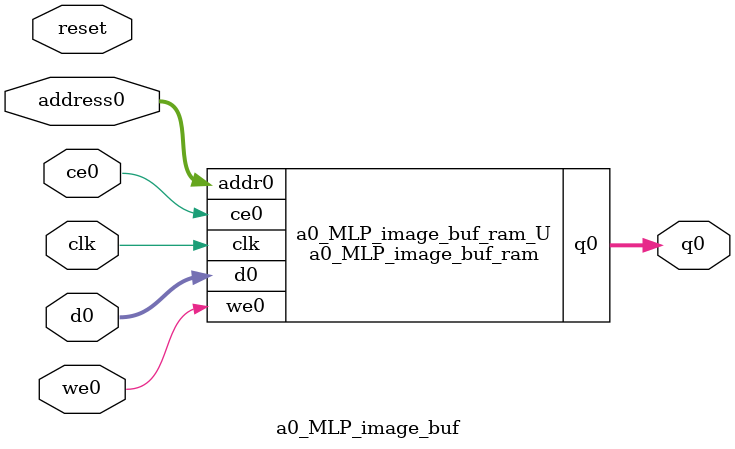
<source format=v>
`timescale 1 ns / 1 ps
module a0_MLP_image_buf_ram (addr0, ce0, d0, we0, q0,  clk);

parameter DWIDTH = 8;
parameter AWIDTH = 10;
parameter MEM_SIZE = 784;

input[AWIDTH-1:0] addr0;
input ce0;
input[DWIDTH-1:0] d0;
input we0;
output reg[DWIDTH-1:0] q0;
input clk;

(* ram_style = "block" *)reg [DWIDTH-1:0] ram[0:MEM_SIZE-1];




always @(posedge clk)  
begin 
    if (ce0) 
    begin
        if (we0) 
        begin 
            ram[addr0] <= d0; 
        end 
        q0 <= ram[addr0];
    end
end


endmodule

`timescale 1 ns / 1 ps
module a0_MLP_image_buf(
    reset,
    clk,
    address0,
    ce0,
    we0,
    d0,
    q0);

parameter DataWidth = 32'd8;
parameter AddressRange = 32'd784;
parameter AddressWidth = 32'd10;
input reset;
input clk;
input[AddressWidth - 1:0] address0;
input ce0;
input we0;
input[DataWidth - 1:0] d0;
output[DataWidth - 1:0] q0;



a0_MLP_image_buf_ram a0_MLP_image_buf_ram_U(
    .clk( clk ),
    .addr0( address0 ),
    .ce0( ce0 ),
    .we0( we0 ),
    .d0( d0 ),
    .q0( q0 ));

endmodule


</source>
